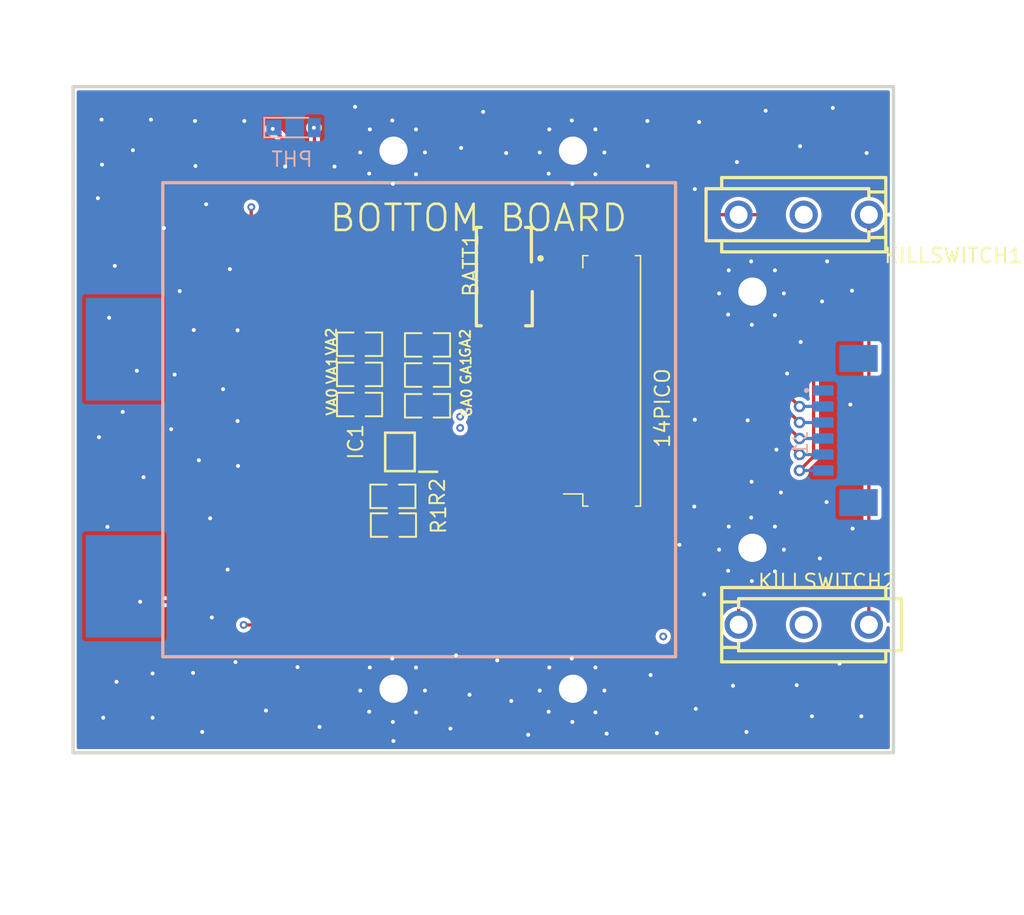
<source format=kicad_pcb>
(kicad_pcb (version 20211014) (generator pcbnew)
  (layers (0 "F.Cu" signal) (1 "In1.Cu" signal) (2 "In2.Cu" signal) (3 "In3.Cu" signal) (4 "In4.Cu" signal) (31 "B.Cu" signal) (34 "B.Paste" user) (35 "F.Paste" user) (36 "B.SilkS" user "B.Silkscreen") (37 "F.SilkS" user "F.Silkscreen") (38 "B.Mask" user) (39 "F.Mask" user) (44 "Edge.Cuts" user))
  (net 0 "")
  (net 1 "POUT")
  (net 2 "GND")
  (net 3 "ADCS")
  (net 4 "SWDIO")
  (net 5 "BATT+")
  (net 6 "KILLSWITCH")
  (net 7 "SWCLK")
  (net 8 "VCC_STM")
  (net 9 "BATT-")
  (net 10 "VCC")
  (net 11 "SCL")
  (net 12 "PHOTODIODE_GND")
  (net 13 "PHOTODIODE")
  (net 14 "SDA")
  (net 15 "IC1_5")
  (net 16 "IC1_7")
  (net 17 "IC1_6")
  (net 18 "S$18611")
  (footprint "easyeda:MOLEX_PICOBLADE_53261-1471_14X1.25MM_ANGLED" (layer "F.Cu") (at 45.648 94.342 90)
    (fp_text reference "14PICO" (at -5.324 5.412 90) (layer "F.SilkS") (effects (font (size 1.143 1.143) (thickness 0.152)) (justify left)))
    (fp_text value "REF")
    (fp_line (start 9.774 -0.8) (end 9.774 -0.401) (layer "F.SilkS") (width 0.12))
    (fp_line (start -8.826 -2.301) (end -8.826 -0.8) (layer "F.SilkS") (width 0.12))
    (fp_line (start -8.826 -0.8) (end -9.776 -0.8) (layer "F.SilkS") (width 0.12))
    (fp_line (start -9.776 -0.8) (end -9.776 -0.401) (layer "F.SilkS") (width 0.12))
    (fp_line (start 0 3.701) (end -9.776 3.701) (layer "F.SilkS") (width 0.12))
    (fp_line (start -9.776 3.701) (end -9.776 3.3) (layer "F.SilkS") (width 0.12))
    (fp_line (start 9.774 3.3) (end 9.774 3.701) (layer "F.SilkS") (width 0.12))
    (fp_line (start 8.824 -0.8) (end 9.774 -0.8) (layer "F.SilkS") (width 0.12))
    (fp_line (start 9.774 3.701) (end 0 3.701) (layer "F.SilkS") (width 0.12))
    (pad "" smd rect locked (at -10.625 1.45 90) (size 2.2 3.1) (layers "F.Cu" "F.Paste" "F.Mask"))
    (pad "" smd rect locked (at 10.625 1.45 90) (size 2.2 3.1) (layers "F.Cu" "F.Paste" "F.Mask"))
    (pad "1" smd rect locked (at -8.125 -1.45 90) (size 0.8 1.7) (layers "F.Cu" "F.Paste" "F.Mask") (net 1 "POUT"))
    (pad "2" smd rect locked (at -6.875 -1.45 90) (size 0.8 1.7) (layers "F.Cu" "F.Paste" "F.Mask") (net 3 "ADCS"))
    (pad "3" smd rect locked (at -5.625 -1.45 90) (size 0.8 1.7) (layers "F.Cu" "F.Paste" "F.Mask") (net 3 "ADCS"))
    (pad "4" smd rect locked (at -4.375 -1.45 90) (size 0.8 1.7) (layers "F.Cu" "F.Paste" "F.Mask") (net 10 "VCC"))
    (pad "5" smd rect locked (at -3.125 -1.45 90) (size 0.8 1.7) (layers "F.Cu" "F.Paste" "F.Mask") (net 14 "SDA"))
    (pad "6" smd rect locked (at -1.875 -1.45 90) (size 0.8 1.7) (layers "F.Cu" "F.Paste" "F.Mask") (net 11 "SCL"))
    (pad "7" smd rect locked (at -0.625 -1.45 90) (size 0.8 1.7) (layers "F.Cu" "F.Paste" "F.Mask") (net 12 "PHOTODIODE_GND"))
    (pad "8" smd rect locked (at 0.625 -1.45 90) (size 0.8 1.7) (layers "F.Cu" "F.Paste" "F.Mask") (net 13 "PHOTODIODE"))
    (pad "9" smd rect locked (at 1.875 -1.45 90) (size 0.8 1.7) (layers "F.Cu" "F.Paste" "F.Mask") (net 2 "GND"))
    (pad "10" smd rect locked (at 3.125 -1.45 90) (size 0.8 1.7) (layers "F.Cu" "F.Paste" "F.Mask") (net 6 "KILLSWITCH"))
    (pad "11" smd rect locked (at 4.375 -1.45 90) (size 0.8 1.7) (layers "F.Cu" "F.Paste" "F.Mask") (net 9 "BATT-"))
    (pad "12" smd rect locked (at 5.625 -1.45 90) (size 0.8 1.7) (layers "F.Cu" "F.Paste" "F.Mask") (net 8 "VCC_STM"))
    (pad "13" smd rect locked (at 6.875 -1.45 90) (size 0.8 1.7) (layers "F.Cu" "F.Paste" "F.Mask") (net 7 "SWCLK"))
    (pad "14" smd rect locked (at 8.125 -1.45 90) (size 0.8 1.7) (layers "F.Cu" "F.Paste" "F.Mask") (net 4 "SWDIO"))
  )
  (footprint "easyeda:SW-TH_D2F-01L" (layer "F.Cu") (at 62.08 113.374)
    (fp_text reference "KILLSWITCH2" (at -3.672 -3.368) (layer "F.SilkS") (effects (font (size 1.143 1.143) (thickness 0.152)) (justify left)))
    (fp_text value "SW-TH_D2F-01L" hide)
    (fp_line (start -5.08 -1.331) (end -5.08 -2.032) (layer "F.SilkS") (width 0.254))
    (fp_line (start -5.08 -1.778) (end -6.35 -1.778) (layer "F.SilkS") (width 0.254))
    (fp_line (start 7.62 -2.032) (end 7.62 2.032) (layer "F.SilkS") (width 0.254))
    (fp_line (start 6.4 2.9) (end -6.4 2.9) (layer "F.SilkS") (width 0.254))
    (fp_line (start 6.4 2.9) (end 6.4 2.032) (layer "F.SilkS") (width 0.254))
    (fp_line (start -5.08 -2.032) (end 7.62 -2.032) (layer "F.SilkS") (width 0.254))
    (fp_line (start -5.08 1.778) (end -6.35 1.778) (layer "F.SilkS") (width 0.254))
    (fp_line (start 7.62 2.032) (end -5.08 2.032) (layer "F.SilkS") (width 0.254))
    (fp_line (start 6.4 -2.9) (end 6.4 -2.032) (layer "F.SilkS") (width 0.254))
    (fp_line (start -5.08 2.032) (end -5.08 1.331) (layer "F.SilkS") (width 0.254))
    (fp_line (start -6.4 2.9) (end -6.4 -2.9) (layer "F.SilkS") (width 0.254))
    (fp_line (start -6.4 -2.9) (end 6.4 -2.9) (layer "F.SilkS") (width 0.254))
    (pad "1" thru_hole circle locked (at -5.08 0) (size 2.2 2.2) (drill 1.4) (layers *.Cu *.Paste *.Mask) (net 6 "KILLSWITCH"))
    (pad "2" thru_hole circle locked (at 0 0) (size 2.2 2.2) (drill 1.4) (layers *.Cu *.Paste *.Mask))
    (pad "3" thru_hole circle locked (at 5.08 0) (size 2.2 2.2) (drill 1.4) (layers *.Cu *.Paste *.Mask) (net 18 "S$18611"))
  )
  (footprint "easyeda:CONN-SMD_532610271" (layer "F.Cu") (at 40.104 86.202 90)
    (fp_text reference "BATT1" (at -1.672 -4.004 90) (layer "F.SilkS") (effects (font (size 1.143 1.143) (thickness 0.152)) (justify left)))
    (fp_text value "CONN-SMD_532610271" hide)
    (fp_line (start -3.84 0.8) (end -3.84 0.281) (layer "F.SilkS") (width 0.254))
    (fp_line (start -1.17 0.8) (end -3.84 0.8) (layer "F.SilkS") (width 0.254))
    (fp_line (start 3.84 -3.56) (end 3.84 -3.181) (layer "F.SilkS") (width 0.254))
    (fp_line (start -3.84 -3.56) (end 3.84 -3.56) (layer "F.SilkS") (width 0.254))
    (fp_line (start -3.84 -3.181) (end -3.84 -3.56) (layer "F.SilkS") (width 0.254))
    (fp_line (start 3.84 0.73) (end 1.14 0.73) (layer "F.SilkS") (width 0.254))
    (fp_line (start 3.84 0.281) (end 3.84 0.73) (layer "F.SilkS") (width 0.254))
    (fp_circle (center 1.42 1.44) (end 1.547 1.44) (layer "F.SilkS") (width 0.254) (fill none))
    (pad "1" smd rect locked (at 0.625 1.45 90) (size 0.8 1.6) (layers "F.Cu" "F.Paste" "F.Mask") (net 5 "BATT+"))
    (pad "2" smd rect locked (at -0.625 1.45 90) (size 0.8 1.6) (layers "F.Cu" "F.Paste" "F.Mask") (net 9 "BATT-"))
    (pad "3" smd rect locked (at 3.175 -1.45 90) (size 2.1 3) (layers "F.Cu" "F.Paste" "F.Mask"))
    (pad "4" smd rect locked (at -3.175 -1.45 90) (size 2.1 3) (layers "F.Cu" "F.Paste" "F.Mask"))
  )
  (footprint "easyeda:R0805" (layer "F.Cu") (at 32.732 96.287 180)
    (fp_text reference "GA0" (at -3.05 -0.999 90) (layer "F.SilkS") (effects (font (size 0.8 0.8) (thickness 0.152)) (justify left)))
    (fp_text value "5k" hide)
    (fp_line (start 1.761 -0.917) (end 0.476 -0.917) (layer "F.SilkS") (width 0.152))
    (fp_line (start -0.476 0.917) (end -1.761 0.917) (layer "F.SilkS") (width 0.152))
    (fp_line (start 1.761 0.917) (end 1.761 -0.917) (layer "F.SilkS") (width 0.152))
    (fp_line (start -1.761 0.917) (end -1.761 -0.917) (layer "F.SilkS") (width 0.152))
    (fp_line (start 0.476 0.917) (end 1.761 0.917) (layer "F.SilkS") (width 0.152))
    (fp_line (start -1.761 -0.917) (end -0.476 -0.917) (layer "F.SilkS") (width 0.152))
    (pad "1" smd rect locked (at -0.966 0 180) (size 1.133 1.377) (layers "F.Cu" "F.Paste" "F.Mask") (net 2 "GND"))
    (pad "2" smd rect locked (at 0.966 0 180) (size 1.133 1.377) (layers "F.Cu" "F.Paste" "F.Mask") (net 16 "IC1_7"))
  )
  (footprint "easyeda:R0805" (layer "F.Cu") (at 32.732 93.886 180)
    (fp_text reference "GA1" (at -3 -0.849 90) (layer "F.SilkS") (effects (font (size 0.8 0.8) (thickness 0.152)) (justify left)))
    (fp_text value "5k" hide)
    (fp_line (start -1.761 0.917) (end -1.761 -0.917) (layer "F.SilkS") (width 0.152))
    (fp_line (start 0.476 0.917) (end 1.761 0.917) (layer "F.SilkS") (width 0.152))
    (fp_line (start -1.761 -0.917) (end -0.476 -0.917) (layer "F.SilkS") (width 0.152))
    (fp_line (start 1.761 -0.917) (end 0.476 -0.917) (layer "F.SilkS") (width 0.152))
    (fp_line (start -0.476 0.917) (end -1.761 0.917) (layer "F.SilkS") (width 0.152))
    (fp_line (start 1.761 0.917) (end 1.761 -0.917) (layer "F.SilkS") (width 0.152))
    (pad "1" smd rect locked (at -0.966 0 180) (size 1.133 1.377) (layers "F.Cu" "F.Paste" "F.Mask") (net 2 "GND"))
    (pad "2" smd rect locked (at 0.966 0 180) (size 1.133 1.377) (layers "F.Cu" "F.Paste" "F.Mask") (net 17 "IC1_6"))
  )
  (footprint "easyeda:SOP65P490X110-8N" (layer "F.Cu") (at 30.581 99.888 180)
    (fp_text reference "IC1" (at 3.451 -0.7 90) (layer "F.SilkS") (effects (font (size 1.143 1.143) (thickness 0.152)) (justify left)))
    (fp_text value "TCN75AVUA713-VAO" hide)
    (fp_line (start -1.15 -1.5) (end 1.15 -1.5) (layer "F.SilkS") (width 0.2))
    (fp_line (start -2.9 -1.55) (end -1.5 -1.55) (layer "F.SilkS") (width 0.2))
    (fp_line (start 1.15 1.5) (end -1.15 1.5) (layer "F.SilkS") (width 0.2))
    (fp_line (start -1.15 1.5) (end -1.15 -1.5) (layer "F.SilkS") (width 0.2))
    (fp_line (start 1.15 -1.5) (end 1.15 1.5) (layer "F.SilkS") (width 0.2))
    (pad "1" smd rect locked (at -2.2 -0.975 180) (size 1.4 0.45) (layers "F.Cu" "F.Paste" "F.Mask") (net 14 "SDA"))
    (pad "2" smd rect locked (at -2.2 -0.325 180) (size 1.4 0.45) (layers "F.Cu" "F.Paste" "F.Mask") (net 11 "SCL"))
    (pad "3" smd rect locked (at -2.2 0.325 180) (size 1.4 0.45) (layers "F.Cu" "F.Paste" "F.Mask") (net 2 "GND"))
    (pad "4" smd rect locked (at -2.2 0.975 180) (size 1.4 0.45) (layers "F.Cu" "F.Paste" "F.Mask") (net 2 "GND"))
    (pad "5" smd rect locked (at 2.2 0.975 180) (size 1.4 0.45) (layers "F.Cu" "F.Paste" "F.Mask") (net 15 "IC1_5"))
    (pad "6" smd rect locked (at 2.2 0.325 180) (size 1.4 0.45) (layers "F.Cu" "F.Paste" "F.Mask") (net 17 "IC1_6"))
    (pad "7" smd rect locked (at 2.2 -0.325 180) (size 1.4 0.45) (layers "F.Cu" "F.Paste" "F.Mask") (net 16 "IC1_7"))
    (pad "8" smd rect locked (at 2.2 -0.975 180) (size 1.4 0.45) (layers "F.Cu" "F.Paste" "F.Mask") (net 10 "VCC"))
  )
  (footprint "easyeda:R0805" (layer "F.Cu") (at 30.028 103.354 180)
    (fp_text reference "R2" (at -3.474 -0.899 90) (layer "F.SilkS") (effects (font (size 1.143 1.143) (thickness 0.152)) (justify left)))
    (fp_text value "5k" hide)
    (fp_line (start 1.761 -0.917) (end 0.476 -0.917) (layer "F.SilkS") (width 0.152))
    (fp_line (start -1.761 -0.917) (end -0.476 -0.917) (layer "F.SilkS") (width 0.152))
    (fp_line (start 1.761 0.917) (end 1.761 -0.917) (layer "F.SilkS") (width 0.152))
    (fp_line (start -1.761 0.917) (end -1.761 -0.917) (layer "F.SilkS") (width 0.152))
    (fp_line (start -0.476 0.917) (end -1.761 0.917) (layer "F.SilkS") (width 0.152))
    (fp_line (start 0.476 0.917) (end 1.761 0.917) (layer "F.SilkS") (width 0.152))
    (pad "1" smd rect locked (at -0.966 0 180) (size 1.133 1.377) (layers "F.Cu" "F.Paste" "F.Mask") (net 11 "SCL"))
    (pad "2" smd rect locked (at 0.966 0 180) (size 1.133 1.377) (layers "F.Cu" "F.Paste" "F.Mask") (net 10 "VCC"))
  )
  (footprint "easyeda:SW-TH_D2F-01L" (layer "F.Cu") (at 62.08 81.374 180)
    (fp_text reference "KILLSWITCH1" (at -6.184 -3.192 180) (layer "F.SilkS") (effects (font (size 1.143 1.143) (thickness 0.152)) (justify left)))
    (fp_text value "SW-TH_D2F-01L" hide)
    (fp_line (start -6.4 -2.9) (end 6.4 -2.9) (layer "F.SilkS") (width 0.254))
    (fp_line (start -5.08 1.778) (end -6.35 1.778) (layer "F.SilkS") (width 0.254))
    (fp_line (start -5.08 -1.778) (end -6.35 -1.778) (layer "F.SilkS") (width 0.254))
    (fp_line (start 7.62 2.032) (end -5.08 2.032) (layer "F.SilkS") (width 0.254))
    (fp_line (start 7.62 -2.032) (end 7.62 2.032) (layer "F.SilkS") (width 0.254))
    (fp_line (start -5.08 -1.331) (end -5.08 -2.032) (layer "F.SilkS") (width 0.254))
    (fp_line (start -5.08 -2.032) (end 7.62 -2.032) (layer "F.SilkS") (width 0.254))
    (fp_line (start 6.4 -2.9) (end 6.4 -2.032) (layer "F.SilkS") (width 0.254))
    (fp_line (start 6.4 2.9) (end -6.4 2.9) (layer "F.SilkS") (width 0.254))
    (fp_line (start -6.4 2.9) (end -6.4 -2.9) (layer "F.SilkS") (width 0.254))
    (fp_line (start -5.08 2.032) (end -5.08 1.331) (layer "F.SilkS") (width 0.254))
    (fp_line (start 6.4 2.9) (end 6.4 2.032) (layer "F.SilkS") (width 0.254))
    (pad "1" thru_hole circle locked (at -5.08 0 180) (size 2.2 2.2) (drill 1.4) (layers *.Cu *.Paste *.Mask) (net 18 "S$18611"))
    (pad "2" thru_hole circle locked (at 0 0 180) (size 2.2 2.2) (drill 1.4) (layers *.Cu *.Paste *.Mask))
    (pad "3" thru_hole circle locked (at 5.08 0 180) (size 2.2 2.2) (drill 1.4) (layers *.Cu *.Paste *.Mask) (net 5 "BATT+"))
  )
  (footprint "easyeda:R0805" (layer "F.Cu") (at 30.072 105.598 180)
    (fp_text reference "R1" (at -3.524 -0.798 90) (layer "F.SilkS") (effects (font (size 1.143 1.143) (thickness 0.152)) (justify left)))
    (fp_text value "5k" hide)
    (fp_line (start -1.761 -0.917) (end -0.476 -0.917) (layer "F.SilkS") (width 0.152))
    (fp_line (start 0.476 0.917) (end 1.761 0.917) (layer "F.SilkS") (width 0.152))
    (fp_line (start -0.476 0.917) (end -1.761 0.917) (layer "F.SilkS") (width 0.152))
    (fp_line (start 1.761 0.917) (end 1.761 -0.917) (layer "F.SilkS") (width 0.152))
    (fp_line (start -1.761 0.917) (end -1.761 -0.917) (layer "F.SilkS") (width 0.152))
    (fp_line (start 1.761 -0.917) (end 0.476 -0.917) (layer "F.SilkS") (width 0.152))
    (pad "1" smd rect locked (at -0.966 0 180) (size 1.133 1.377) (layers "F.Cu" "F.Paste" "F.Mask") (net 14 "SDA"))
    (pad "2" smd rect locked (at 0.966 0 180) (size 1.133 1.377) (layers "F.Cu" "F.Paste" "F.Mask") (net 10 "VCC"))
  )
  (footprint "easyeda:SLCD-61N8" (layer "F.Cu") (at 19.996 75.334 180)
    (fp_text reference "PHT" (at -3.872 -1.716) (layer "B.SilkS") (effects (font (size 1.143 1.143) (thickness 0.152)) (justify left mirror)))
    (fp_text value "SLCD-61N8" hide)
    (fp_line (start 0 1.525) (end -3.429 1.525) (layer "B.SilkS") (width 0.15))
    (fp_line (start 0 0) (end -3.4 0) (layer "B.SilkS") (width 0.15))
    (fp_line (start 0 0) (end 0 1.525) (layer "B.SilkS") (width 0.15))
    (pad "1" smd rect locked (at -3.9 0.75 180) (size 1 1.5) (layers "B.Cu" "B.Paste" "B.Mask") (net 13 "PHOTODIODE"))
    (pad "2" smd rect locked (at -0.75 0.75 180) (size 1.2 1.2) (layers "B.Cu" "B.Paste" "B.Mask") (net 12 "PHOTODIODE_GND"))
  )
  (footprint "easyeda:MOLEX 0533980667" (layer "F.Cu") (at 63.6 95.09 90)
    (fp_text reference "J1" (at -3.048 -1.778 90) (layer "B.SilkS") (effects (font (size 1.143 1.143) (thickness 0.152)) (justify left mirror)))
    (fp_text value "MOLEX 0533980667" hide)
    (fp_arc (start -0.1 -1.3) (mid 0.075497 -1.365576) (end -0.013995 -1.200984) (layer "B.SilkS") (width 0.2))
    (pad "1" smd rect locked (at -0.001 0) (size 1.6 0.8) (layers "B.Cu" "B.Paste" "B.Mask"))
    (pad "2" smd rect locked (at -1.251 0) (size 1.6 0.8) (layers "B.Cu" "B.Paste" "B.Mask") (net 4 "SWDIO"))
    (pad "3" smd rect locked (at -2.501 0) (size 1.6 0.8) (layers "B.Cu" "B.Paste" "B.Mask") (net 7 "SWCLK"))
    (pad "4" smd rect locked (at -3.75 0) (size 1.6 0.8) (layers "B.Cu" "B.Paste" "B.Mask") (net 8 "VCC_STM"))
    (pad "5" smd rect locked (at -5 0) (size 1.6 0.8) (layers "B.Cu" "B.Paste" "B.Mask") (net 9 "BATT-"))
    (pad "6" smd rect locked (at -6.25 0) (size 1.6 0.8) (layers "B.Cu" "B.Paste" "B.Mask") (net 5 "BATT+"))
    (pad "S1" smd rect locked (at 2.5 2.75) (size 3 2.1) (layers "B.Cu" "B.Paste" "B.Mask"))
    (pad "S2" smd rect locked (at -8.75 2.75) (size 3 2.1) (layers "B.Cu" "B.Paste" "B.Mask"))
  )
  (footprint "easyeda:R0805" (layer "F.Cu") (at 27.431 93.836 180)
    (fp_text reference "VA1" (at 2.15 -0.851 90) (layer "F.SilkS") (effects (font (size 0.8 0.8) (thickness 0.152)) (justify left)))
    (fp_text value "5k" hide)
    (fp_line (start -0.476 0.917) (end -1.761 0.917) (layer "F.SilkS") (width 0.152))
    (fp_line (start -1.761 -0.917) (end -0.476 -0.917) (layer "F.SilkS") (width 0.152))
    (fp_line (start 1.761 0.917) (end 1.761 -0.917) (layer "F.SilkS") (width 0.152))
    (fp_line (start 1.761 -0.917) (end 0.476 -0.917) (layer "F.SilkS") (width 0.152))
    (fp_line (start -1.761 0.917) (end -1.761 -0.917) (layer "F.SilkS") (width 0.152))
    (fp_line (start 0.476 0.917) (end 1.761 0.917) (layer "F.SilkS") (width 0.152))
    (pad "1" smd rect locked (at -0.966 0 180) (size 1.133 1.377) (layers "F.Cu" "F.Paste" "F.Mask") (net 17 "IC1_6"))
    (pad "2" smd rect locked (at 0.966 0 180) (size 1.133 1.377) (layers "F.Cu" "F.Paste" "F.Mask") (net 10 "VCC"))
  )
  (footprint "easyeda:R0805" (layer "F.Cu") (at 27.431 96.187 180)
    (fp_text reference "VA0" (at 2.15 -0.951 90) (layer "F.SilkS") (effects (font (size 0.8 0.8) (thickness 0.152)) (justify left)))
    (fp_text value "5k" hide)
    (fp_line (start 1.761 -0.917) (end 0.476 -0.917) (layer "F.SilkS") (width 0.152))
    (fp_line (start -1.761 -0.917) (end -0.476 -0.917) (layer "F.SilkS") (width 0.152))
    (fp_line (start -0.476 0.917) (end -1.761 0.917) (layer "F.SilkS") (width 0.152))
    (fp_line (start -1.761 0.917) (end -1.761 -0.917) (layer "F.SilkS") (width 0.152))
    (fp_line (start 0.476 0.917) (end 1.761 0.917) (layer "F.SilkS") (width 0.152))
    (fp_line (start 1.761 0.917) (end 1.761 -0.917) (layer "F.SilkS") (width 0.152))
    (pad "1" smd rect locked (at -0.966 0 180) (size 1.133 1.377) (layers "F.Cu" "F.Paste" "F.Mask") (net 16 "IC1_7"))
    (pad "2" smd rect locked (at 0.966 0 180) (size 1.133 1.377) (layers "F.Cu" "F.Paste" "F.Mask") (net 10 "VCC"))
  )
  (footprint "easyeda:R0805" (layer "F.Cu") (at 27.431 91.485 180)
    (fp_text reference "VA2" (at 2.201 -0.952 90) (layer "F.SilkS") (effects (font (size 0.8 0.8) (thickness 0.152)) (justify left)))
    (fp_text value "5k" hide)
    (fp_line (start -1.761 0.917) (end -1.761 -0.917) (layer "F.SilkS") (width 0.152))
    (fp_line (start -0.476 0.917) (end -1.761 0.917) (layer "F.SilkS") (width 0.152))
    (fp_line (start 0.476 0.917) (end 1.761 0.917) (layer "F.SilkS") (width 0.152))
    (fp_line (start -1.761 -0.917) (end -0.476 -0.917) (layer "F.SilkS") (width 0.152))
    (fp_line (start 1.761 0.917) (end 1.761 -0.917) (layer "F.SilkS") (width 0.152))
    (fp_line (start 1.761 -0.917) (end 0.476 -0.917) (layer "F.SilkS") (width 0.152))
    (pad "1" smd rect locked (at -0.966 0 180) (size 1.133 1.377) (layers "F.Cu" "F.Paste" "F.Mask") (net 15 "IC1_5"))
    (pad "2" smd rect locked (at 0.966 0 180) (size 1.133 1.377) (layers "F.Cu" "F.Paste" "F.Mask") (net 10 "VCC"))
  )
  (footprint "easyeda:R0805" (layer "F.Cu") (at 32.732 91.535 180)
    (fp_text reference "GA2" (at -2.95 -1.101 90) (layer "F.SilkS") (effects (font (size 0.8 0.8) (thickness 0.152)) (justify left)))
    (fp_text value "5k" hide)
    (fp_line (start 1.761 -0.917) (end 0.476 -0.917) (layer "F.SilkS") (width 0.152))
    (fp_line (start -1.761 0.917) (end -1.761 -0.917) (layer "F.SilkS") (width 0.152))
    (fp_line (start -0.476 0.917) (end -1.761 0.917) (layer "F.SilkS") (width 0.152))
    (fp_line (start -1.761 -0.917) (end -0.476 -0.917) (layer "F.SilkS") (width 0.152))
    (fp_line (start 0.476 0.917) (end 1.761 0.917) (layer "F.SilkS") (width 0.152))
    (fp_line (start 1.761 0.917) (end 1.761 -0.917) (layer "F.SilkS") (width 0.152))
    (pad "1" smd rect locked (at -0.966 0 180) (size 1.133 1.377) (layers "F.Cu" "F.Paste" "F.Mask") (net 2 "GND"))
    (pad "2" smd rect locked (at 0.966 0 180) (size 1.133 1.377) (layers "F.Cu" "F.Paste" "F.Mask") (net 15 "IC1_5"))
  )
  (gr_poly (pts (xy 12.08 106.374) (xy 12.08 114.374) (xy 6.08 114.374) (xy 6.08 106.374)) (layer "B.Cu") (width 0) (fill solid))
  (gr_poly (pts (xy 11.98 87.874) (xy 11.98 95.874) (xy 6.08 95.874) (xy 6.08 87.874)) (layer "B.Cu") (width 0) (fill solid))
  (gr_line (start 12.08 115.874) (end 52.08 115.874) (layer "B.SilkS") (width 0.254))
  (gr_line (start 12.08 78.874) (end 52.08 78.874) (layer "B.SilkS") (width 0.254))
  (gr_line (start 12.08 115.874) (end 12.08 78.874) (layer "B.SilkS") (width 0.254))
  (gr_line (start 52.08 115.874) (end 52.08 78.874) (layer "B.SilkS") (width 0.254))
  (gr_line (start 5.08 71.374) (end 69.08 71.374) (layer "Edge.Cuts") (width 0.254))
  (gr_line (start 69.08 123.374) (end 5.08 123.374) (layer "Edge.Cuts") (width 0.254))
  (gr_line (start 5.08 80.409) (end 5.08 76.924) (layer "Edge.Cuts") (width 0.254))
  (gr_line (start 5.08 76.924) (end 5.08 71.374) (layer "Edge.Cuts") (width 0.254))
  (gr_line (start 5.08 123.375) (end 5.08 80.409) (layer "Edge.Cuts") (width 0.254))
  (gr_line (start 69.08 71.374) (end 69.08 123.374) (layer "Edge.Cuts") (width 0.254))
  (gr_text "BOTTOM BOARD" (at 24.968 81.626) (layer "F.SilkS") (effects (font (size 2.032 2.032) (thickness 0.203)) (justify left)))
  (segment (start 44.199 109.563) (end 42.172 111.59) (width 0.254) (layer "F.Cu") (net 1))
  (segment (start 44.199 102.466) (end 44.199 109.563) (width 0.254) (layer "F.Cu") (net 1))
  (segment (start 42.172 111.59) (end 10.315 111.582) (width 0.254) (layer "F.Cu") (net 1))
  (via (at 10.316 111.582) (size 0.61) (drill 0.305) (layers "F.Cu" "B.Cu") (net 1))
  (segment (start 32.781 98.912) (end 33.698 97.996) (width 0.254) (layer "F.Cu") (net 2))
  (segment (start 33.698 91.536) (end 33.698 93.886) (width 0.254) (layer "F.Cu") (net 2))
  (segment (start 32.781 98.912) (end 32.781 99.562) (width 0.15) (layer "F.Cu") (net 2))
  (segment (start 33.698 93.886) (end 33.698 96.287) (width 0.254) (layer "F.Cu") (net 2))
  (segment (start 33.698 97.996) (end 33.698 96.287) (width 0.254) (layer "F.Cu") (net 2))
  (via (at 62.722 120.524) (size 0.61) (drill 0.305) (layers "F.Cu" "B.Cu") (net 2))
  (via (at 58.031 89.966) (size 0.61) (drill 0.305) (layers "F.Cu" "B.Cu") (net 2))
  (via (at 13 93.85) (size 0.61) (drill 0.305) (layers "F.Cu" "B.Cu") (net 2))
  (via (at 43.981 116.015) (size 0.61) (drill 0.305) (layers "F.Cu" "B.Cu") (net 2))
  (via (at 27.08 72.95) (size 0.61) (drill 0.305) (layers "F.Cu" "B.Cu") (net 2))
  (via (at 55.481 87.515) (size 0.61) (drill 0.305) (layers "F.Cu" "B.Cu") (net 2))
  (via (at 60.532 107.516) (size 0.61) (drill 0.305) (layers "F.Cu" "B.Cu") (net 2))
  (via (at 10.052 93.55) (size 0.61) (drill 0.305) (layers "F.Cu" "B.Cu") (net 2))
  (via (at 15.904 112.814) (size 0.61) (drill 0.305) (layers "F.Cu" "B.Cu") (net 2))
  (via (at 28.231 74.715) (size 0.61) (drill 0.305) (layers "F.Cu" "B.Cu") (net 2))
  (via (at 44.031 78.966) (size 0.61) (drill 0.305) (layers "F.Cu" "B.Cu") (net 2))
  (via (at 35.352 76.162) (size 0.61) (drill 0.305) (layers "F.Cu" "B.Cu") (net 2))
  (via (at 34.516 121.482) (size 0.61) (drill 0.305) (layers "F.Cu" "B.Cu") (net 2))
  (via (at 56.231 105.715) (size 0.61) (drill 0.305) (layers "F.Cu" "B.Cu") (net 2))
  (via (at 7.896 89.414) (size 0.61) (drill 0.305) (layers "F.Cu" "B.Cu") (net 2))
  (via (at 53.58 79.374) (size 0.61) (drill 0.305) (layers "F.Cu" "B.Cu") (net 2))
  (via (at 7.303 73.953) (size 0.61) (drill 0.305) (layers "F.Cu" "B.Cu") (net 2))
  (via (at 38.168 116.158) (size 0.61) (drill 0.305) (layers "F.Cu" "B.Cu") (net 2))
  (via (at 52.38 107.138) (size 0.61) (drill 0.305) (layers "F.Cu" "B.Cu") (net 2))
  (via (at 59.832 109.216) (size 0.61) (drill 0.305) (layers "F.Cu" "B.Cu") (net 2))
  (via (at 17.752 116.29) (size 0.61) (drill 0.305) (layers "F.Cu" "B.Cu") (net 2))
  (via (at 45.832 78.216) (size 0.61) (drill 0.305) (layers "F.Cu" "B.Cu") (net 2))
  (via (at 57.981 85.015) (size 0.61) (drill 0.305) (layers "F.Cu" "B.Cu") (net 2))
  (via (at 58.012 102.218) (size 0.61) (drill 0.305) (layers "F.Cu" "B.Cu") (net 2))
  (via (at 60.532 87.515) (size 0.61) (drill 0.305) (layers "F.Cu" "B.Cu") (net 2))
  (via (at 56.181 109.166) (size 0.61) (drill 0.305) (layers "F.Cu" "B.Cu") (net 2))
  (via (at 65.712 96.19) (size 0.61) (drill 0.305) (layers "F.Cu" "B.Cu") (net 2))
  (via (at 42.231 74.715) (size 0.61) (drill 0.305) (layers "F.Cu" "B.Cu") (net 2))
  (via (at 53.92 74.138) (size 0.61) (drill 0.305) (layers "F.Cu" "B.Cu") (net 2))
  (via (at 60.3 103.054) (size 0.61) (drill 0.305) (layers "F.Cu" "B.Cu") (net 2))
  (via (at 38.872 76.558) (size 0.61) (drill 0.305) (layers "F.Cu" "B.Cu") (net 2))
  (via (at 53.54 104.153) (size 0.61) (drill 0.305) (layers "F.Cu" "B.Cu") (net 2))
  (via (at 27.481 118.516) (size 0.61) (drill 0.305) (layers "F.Cu" "B.Cu") (net 2))
  (via (at 50.136 117.302) (size 0.61) (drill 0.305) (layers "F.Cu" "B.Cu") (net 2))
  (via (at 17.916 90.394) (size 0.61) (drill 0.305) (layers "F.Cu" "B.Cu") (net 2))
  (via (at 53.656 119.942) (size 0.61) (drill 0.305) (layers "F.Cu" "B.Cu") (net 2))
  (via (at 46.704 121.878) (size 0.61) (drill 0.305) (layers "F.Cu" "B.Cu") (net 2))
  (via (at 45.832 74.715) (size 0.61) (drill 0.305) (layers "F.Cu" "B.Cu") (net 2))
  (via (at 61.796 76.03) (size 0.61) (drill 0.305) (layers "F.Cu" "B.Cu") (net 2))
  (via (at 31.832 78.216) (size 0.61) (drill 0.305) (layers "F.Cu" "B.Cu") (net 2))
  (via (at 56.868 77.262) (size 0.61) (drill 0.305) (layers "F.Cu" "B.Cu") (net 2))
  (via (at 28.181 120.166) (size 0.61) (drill 0.305) (layers "F.Cu" "B.Cu") (net 2))
  (via (at 59.832 85.715) (size 0.61) (drill 0.305) (layers "F.Cu" "B.Cu") (net 2))
  (via (at 17.136 109.074) (size 0.61) (drill 0.305) (layers "F.Cu" "B.Cu") (net 2))
  (via (at 20.128 120.074) (size 0.61) (drill 0.305) (layers "F.Cu" "B.Cu") (net 2))
  (via (at 30.031 120.966) (size 0.61) (drill 0.305) (layers "F.Cu" "B.Cu") (net 2))
  (via (at 57.704 97.422) (size 0.61) (drill 0.305) (layers "F.Cu" "B.Cu") (net 2))
  (via (at 59.832 105.715) (size 0.61) (drill 0.305) (layers "F.Cu" "B.Cu") (net 2))
  (via (at 55.481 107.516) (size 0.61) (drill 0.305) (layers "F.Cu" "B.Cu") (net 2))
  (via (at 66.573 120.525) (size 0.61) (drill 0.305) (layers "F.Cu" "B.Cu") (net 2))
  (via (at 63.336 108.202) (size 0.61) (drill 0.305) (layers "F.Cu" "B.Cu") (net 2))
  (via (at 31.832 74.715) (size 0.61) (drill 0.305) (layers "F.Cu" "B.Cu") (net 2))
  (via (at 56.231 85.715) (size 0.61) (drill 0.305) (layers "F.Cu" "B.Cu") (net 2))
  (via (at 14.496 90.374) (size 0.61) (drill 0.305) (layers "F.Cu" "B.Cu") (net 2))
  (via (at 63.908 85.014) (size 0.61) (drill 0.305) (layers "F.Cu" "B.Cu") (net 2))
  (via (at 46.532 76.515) (size 0.61) (drill 0.305) (layers "F.Cu" "B.Cu") (net 2))
  (via (at 32.532 118.516) (size 0.61) (drill 0.305) (layers "F.Cu" "B.Cu") (net 2))
  (via (at 17.949 100.985) (size 0.61) (drill 0.305) (layers "F.Cu" "B.Cu") (net 2))
  (via (at 7.339 77.464) (size 0.61) (drill 0.305) (layers "F.Cu" "B.Cu") (net 2))
  (via (at 11.154 73.954) (size 0.61) (drill 0.305) (layers "F.Cu" "B.Cu") (net 2))
  (via (at 28.181 78.166) (size 0.61) (drill 0.305) (layers "F.Cu" "B.Cu") (net 2))
  (via (at 41.481 76.515) (size 0.61) (drill 0.305) (layers "F.Cu" "B.Cu") (net 2))
  (via (at 65.844 87.302) (size 0.61) (drill 0.305) (layers "F.Cu" "B.Cu") (net 2))
  (via (at 45.832 116.715) (size 0.61) (drill 0.305) (layers "F.Cu" "B.Cu") (net 2))
  (via (at 18.442 74.06) (size 0.61) (drill 0.305) (layers "F.Cu" "B.Cu") (net 2))
  (via (at 40.588 121.966) (size 0.61) (drill 0.305) (layers "F.Cu" "B.Cu") (net 2))
  (via (at 29.981 116.015) (size 0.61) (drill 0.305) (layers "F.Cu" "B.Cu") (net 2))
  (via (at 64.876 116.422) (size 0.61) (drill 0.305) (layers "F.Cu" "B.Cu") (net 2))
  (via (at 65.888 105.87) (size 0.61) (drill 0.305) (layers "F.Cu" "B.Cu") (net 2))
  (via (at 50.62 121.834) (size 0.61) (drill 0.305) (layers "F.Cu" "B.Cu") (net 2))
  (via (at 59.112 73.258) (size 0.61) (drill 0.305) (layers "F.Cu" "B.Cu") (net 2))
  (via (at 42.181 120.166) (size 0.61) (drill 0.305) (layers "F.Cu" "B.Cu") (net 2))
  (via (at 7.433 120.633) (size 0.61) (drill 0.305) (layers "F.Cu" "B.Cu") (net 2))
  (via (at 14.628 77.57) (size 0.61) (drill 0.305) (layers "F.Cu" "B.Cu") (net 2))
  (via (at 17.312 85.622) (size 0.61) (drill 0.305) (layers "F.Cu" "B.Cu") (net 2))
  (via (at 7.104 98.742) (size 0.61) (drill 0.305) (layers "F.Cu" "B.Cu") (net 2))
  (via (at 13.396 87.338) (size 0.61) (drill 0.305) (layers "F.Cu" "B.Cu") (net 2))
  (via (at 37.068 73.346) (size 0.61) (drill 0.305) (layers "F.Cu" "B.Cu") (net 2))
  (via (at 28.231 116.715) (size 0.61) (drill 0.305) (layers "F.Cu" "B.Cu") (net 2))
  (via (at 53.58 97.373) (size 0.61) (drill 0.305) (layers "F.Cu" "B.Cu") (net 2))
  (via (at 60.784 93.77) (size 0.61) (drill 0.305) (layers "F.Cu" "B.Cu") (net 2))
  (via (at 16.784 94.994) (size 0.61) (drill 0.305) (layers "F.Cu" "B.Cu") (net 2))
  (via (at 64.348 73.038) (size 0.61) (drill 0.305) (layers "F.Cu" "B.Cu") (net 2))
  (via (at 61.84 91.306) (size 0.61) (drill 0.305) (layers "F.Cu" "B.Cu") (net 2))
  (via (at 39.268 119.326) (size 0.61) (drill 0.305) (layers "F.Cu" "B.Cu") (net 2))
  (via (at 54.316 111.01) (size 0.61) (drill 0.305) (layers "F.Cu" "B.Cu") (net 2))
  (via (at 25.474 77.614) (size 0.61) (drill 0.305) (layers "F.Cu" "B.Cu") (net 2))
  (via (at 58.031 109.966) (size 0.61) (drill 0.305) (layers "F.Cu" "B.Cu") (net 2))
  (via (at 14.892 100.538) (size 0.61) (drill 0.305) (layers "F.Cu" "B.Cu") (net 2))
  (via (at 49.916 77.57) (size 0.61) (drill 0.305) (layers "F.Cu" "B.Cu") (net 2))
  (via (at 63.512 88.138) (size 0.61) (drill 0.305) (layers "F.Cu" "B.Cu") (net 2))
  (via (at 15.772 105.07) (size 0.61) (drill 0.305) (layers "F.Cu" "B.Cu") (net 2))
  (via (at 15.464 80.562) (size 0.61) (drill 0.305) (layers "F.Cu" "B.Cu") (net 2))
  (via (at 63.864 103.802) (size 0.61) (drill 0.305) (layers "F.Cu" "B.Cu") (net 2))
  (via (at 66.988 76.558) (size 0.61) (drill 0.305) (layers "F.Cu" "B.Cu") (net 2))
  (via (at 61.532 118.094) (size 0.61) (drill 0.305) (layers "F.Cu" "B.Cu") (net 2))
  (via (at 30.031 78.966) (size 0.61) (drill 0.305) (layers "F.Cu" "B.Cu") (net 2))
  (via (at 31.832 120.216) (size 0.61) (drill 0.305) (layers "F.Cu" "B.Cu") (net 2))
  (via (at 21.624 77.614) (size 0.61) (drill 0.305) (layers "F.Cu" "B.Cu") (net 2))
  (via (at 44.08 76.374) (size 2.2) (drill 2.2) (layers "F.Cu" "B.Cu") (net 2))
  (via (at 44.031 120.966) (size 0.61) (drill 0.305) (layers "F.Cu" "B.Cu") (net 2))
  (via (at 12.164 82.418) (size 0.61) (drill 0.305) (layers "F.Cu" "B.Cu") (net 2))
  (via (at 11.284 120.633) (size 0.61) (drill 0.305) (layers "F.Cu" "B.Cu") (net 2))
  (via (at 14.444 117.136) (size 0.61) (drill 0.305) (layers "F.Cu" "B.Cu") (net 2))
  (via (at 12.736 98.118) (size 0.61) (drill 0.305) (layers "F.Cu" "B.Cu") (net 2))
  (via (at 56.181 89.166) (size 0.61) (drill 0.305) (layers "F.Cu" "B.Cu") (net 2))
  (via (at 15.156 121.746) (size 0.61) (drill 0.305) (layers "F.Cu" "B.Cu") (net 2))
  (via (at 45.832 120.216) (size 0.61) (drill 0.305) (layers "F.Cu" "B.Cu") (net 2))
  (via (at 30.08 118.374) (size 2.2) (drill 2.2) (layers "F.Cu" "B.Cu") (net 2))
  (via (at 24.308 121.35) (size 0.61) (drill 0.305) (layers "F.Cu" "B.Cu") (net 2))
  (via (at 10.58 101.866) (size 0.61) (drill 0.305) (layers "F.Cu" "B.Cu") (net 2))
  (via (at 46.532 118.516) (size 0.61) (drill 0.305) (layers "F.Cu" "B.Cu") (net 2))
  (via (at 42.181 78.166) (size 0.61) (drill 0.305) (layers "F.Cu" "B.Cu") (net 2))
  (via (at 49.88 74.06) (size 0.61) (drill 0.305) (layers "F.Cu" "B.Cu") (net 2))
  (via (at 32.532 76.515) (size 0.61) (drill 0.305) (layers "F.Cu" "B.Cu") (net 2))
  (via (at 8.336 85.366) (size 0.61) (drill 0.305) (layers "F.Cu" "B.Cu") (net 2))
  (via (at 43.981 74.015) (size 0.61) (drill 0.305) (layers "F.Cu" "B.Cu") (net 2))
  (via (at 7.016 80.086) (size 0.61) (drill 0.305) (layers "F.Cu" "B.Cu") (net 2))
  (via (at 27.481 76.515) (size 0.61) (drill 0.305) (layers "F.Cu" "B.Cu") (net 2))
  (via (at 44.08 118.374) (size 2.2) (drill 2.2) (layers "F.Cu" "B.Cu") (net 2))
  (via (at 59.948 99.71) (size 0.61) (drill 0.305) (layers "F.Cu" "B.Cu") (net 2))
  (via (at 34.956 115.762) (size 0.61) (drill 0.305) (layers "F.Cu" "B.Cu") (net 2))
  (via (at 58.08 107.374) (size 2.2) (drill 2.2) (layers "F.Cu" "B.Cu") (net 2))
  (via (at 8.952 96.762) (size 0.61) (drill 0.305) (layers "F.Cu" "B.Cu") (net 2))
  (via (at 42.231 116.715) (size 0.61) (drill 0.305) (layers "F.Cu" "B.Cu") (net 2))
  (via (at 8.468 117.83) (size 0.61) (drill 0.305) (layers "F.Cu" "B.Cu") (net 2))
  (via (at 31.832 116.715) (size 0.61) (drill 0.305) (layers "F.Cu" "B.Cu") (net 2))
  (via (at 22.592 116.686) (size 0.61) (drill 0.305) (layers "F.Cu" "B.Cu") (net 2))
  (via (at 9.744 76.338) (size 0.61) (drill 0.305) (layers "F.Cu" "B.Cu") (net 2))
  (via (at 56.56 118.138) (size 0.61) (drill 0.305) (layers "F.Cu" "B.Cu") (net 2))
  (via (at 59.832 89.216) (size 0.61) (drill 0.305) (layers "F.Cu" "B.Cu") (net 2))
  (via (at 14.592 74.06) (size 0.61) (drill 0.305) (layers "F.Cu" "B.Cu") (net 2))
  (via (at 41.481 118.516) (size 0.61) (drill 0.305) (layers "F.Cu" "B.Cu") (net 2))
  (via (at 7.764 105.738) (size 0.61) (drill 0.305) (layers "F.Cu" "B.Cu") (net 2))
  (via (at 58.08 87.374) (size 2.2) (drill 2.2) (layers "F.Cu" "B.Cu") (net 2))
  (via (at 30.08 76.374) (size 2.2) (drill 2.2) (layers "F.Cu" "B.Cu") (net 2))
  (via (at 36.012 118.842) (size 0.61) (drill 0.305) (layers "F.Cu" "B.Cu") (net 2))
  (via (at 29.981 74.015) (size 0.61) (drill 0.305) (layers "F.Cu" "B.Cu") (net 2))
  (via (at 30.072 122.45) (size 0.61) (drill 0.305) (layers "F.Cu" "B.Cu") (net 2))
  (via (at 11.284 117.182) (size 0.61) (drill 0.305) (layers "F.Cu" "B.Cu") (net 2))
  (via (at 57.981 105.015) (size 0.61) (drill 0.305) (layers "F.Cu" "B.Cu") (net 2))
  (via (at 17.913 97.475) (size 0.61) (drill 0.305) (layers "F.Cu" "B.Cu") (net 2))
  (via (at 57.616 121.746) (size 0.61) (drill 0.305) (layers "F.Cu" "B.Cu") (net 2))
  (segment (start 49.959 102.217) (end 47.716 99.974) (width 0.254) (layer "F.Cu") (net 3))
  (segment (start 44.199 101.216) (end 42.997 101.216) (width 0.254) (layer "F.Cu") (net 3))
  (segment (start 42.393 101.821) (end 42.393 106.172) (width 0.254) (layer "F.Cu") (net 3))
  (segment (start 42.997 101.216) (end 42.393 101.821) (width 0.254) (layer "F.Cu") (net 3))
  (segment (start 47.716 99.974) (end 44.153 99.974) (width 0.254) (layer "F.Cu") (net 3))
  (segment (start 18.974 105.994) (end 18.974 80.782) (width 0.254) (layer "F.Cu") (net 3))
  (segment (start 42.393 106.172) (end 40.411 108.151) (width 0.254) (layer "F.Cu") (net 3))
  (segment (start 18.39 113.393) (end 48.544 113.393) (width 0.254) (layer "F.Cu") (net 3))
  (segment (start 40.411 108.151) (end 21.14 108.151) (width 0.254) (layer "F.Cu") (net 3))
  (segment (start 21.14 108.151) (end 18.974 105.994) (width 0.254) (layer "F.Cu") (net 3))
  (segment (start 50.005 111.935) (end 49.959 102.217) (width 0.254) (layer "F.Cu") (net 3))
  (segment (start 48.544 113.393) (end 50.005 111.935) (width 0.254) (layer "F.Cu") (net 3))
  (via (at 35.281 97.133) (size 0.61) (drill 0.305) (layers "F.Cu" "B.Cu") (net 3))
  (via (at 18.39 113.394) (size 0.61) (drill 0.305) (layers "F.Cu" "B.Cu") (net 3))
  (via (at 35.28 98.014) (size 0.61) (drill 0.305) (layers "F.Cu" "B.Cu") (net 3))
  (via (at 51.12 114.293) (size 0.61) (drill 0.305) (layers "F.Cu" "B.Cu") (net 3))
  (via (at 18.984 80.782) (size 0.61) (drill 0.305) (layers "F.Cu" "B.Cu") (net 3))
  (segment (start 44.198 86.217) (end 51.627 86.217) (width 0.254) (layer "F.Cu") (net 4))
  (segment (start 51.627 86.217) (end 61.751 96.341) (width 0.254) (layer "F.Cu") (net 4))
  (via (at 61.751 96.341) (size 0.9) (drill 0.5) (layers "F.Cu" "B.Cu") (net 4))
  (segment (start 61.751 96.341) (end 63.6 96.323) (width 0.254) (layer "B.Cu") (net 4))
  (segment (start 42.964 81.361) (end 57 81.374) (width 0.254) (layer "F.Cu") (net 5))
  (segment (start 62.852 85.499) (end 62.852 100.239) (width 0.254) (layer "F.Cu") (net 5))
  (segment (start 57 81.374) (end 58.727 81.374) (width 0.254) (layer "F.Cu") (net 5))
  (segment (start 41.554 82.771) (end 42.964 81.361) (width 0.254) (layer "F.Cu") (net 5))
  (segment (start 62.852 100.239) (end 61.75 101.338) (width 0.254) (layer "F.Cu") (net 5))
  (segment (start 58.727 81.374) (end 62.852 85.499) (width 0.254) (layer "F.Cu") (net 5))
  (segment (start 41.554 85.578) (end 41.554 82.771) (width 0.254) (layer "F.Cu") (net 5))
  (via (at 61.751 101.34) (size 0.9) (drill 0.5) (layers "F.Cu" "B.Cu") (net 5))
  (segment (start 61.751 101.34) (end 63.6 101.34) (width 0.254) (layer "B.Cu") (net 5))
  (segment (start 54.493 109.169) (end 54.493 93.99) (width 0.254) (layer "F.Cu") (net 6))
  (segment (start 51.737 91.234) (end 44.153 91.234) (width 0.254) (layer "F.Cu") (net 6))
  (segment (start 57 111.679) (end 54.493 109.169) (width 0.254) (layer "F.Cu") (net 6))
  (segment (start 54.493 93.99) (end 51.737 91.234) (width 0.254) (layer "F.Cu") (net 6))
  (segment (start 57 113.373) (end 57 111.679) (width 0.254) (layer "F.Cu") (net 6))
  (segment (start 44.198 87.467) (end 51.627 87.467) (width 0.254) (layer "F.Cu") (net 7))
  (segment (start 51.627 87.467) (end 61.751 97.591) (width 0.254) (layer "F.Cu") (net 7))
  (via (at 61.751 97.591) (size 0.9) (drill 0.5) (layers "F.Cu" "B.Cu") (net 7))
  (segment (start 61.751 97.591) (end 63.6 97.598) (width 0.254) (layer "B.Cu") (net 7))
  (segment (start 51.625 88.717) (end 61.751 98.843) (width 0.254) (layer "F.Cu") (net 8))
  (segment (start 44.198 88.717) (end 51.625 88.717) (width 0.254) (layer "F.Cu") (net 8))
  (via (at 61.751 98.843) (size 0.9) (drill 0.5) (layers "F.Cu" "B.Cu") (net 8))
  (segment (start 61.751 98.843) (end 63.6 98.83) (width 0.254) (layer "B.Cu") (net 8))
  (segment (start 41.554 86.827) (end 41.554 88.572) (width 0.254) (layer "F.Cu") (net 9))
  (segment (start 51.628 89.967) (end 61.751 100.09) (width 0.254) (layer "F.Cu") (net 9))
  (segment (start 42.967 89.985) (end 44.153 89.985) (width 0.254) (layer "F.Cu") (net 9))
  (segment (start 41.554 88.572) (end 42.967 89.985) (width 0.254) (layer "F.Cu") (net 9))
  (segment (start 44.198 89.967) (end 51.628 89.967) (width 0.254) (layer "F.Cu") (net 9))
  (via (at 61.751 100.09) (size 0.9) (drill 0.5) (layers "F.Cu" "B.Cu") (net 9))
  (segment (start 61.751 100.09) (end 63.6 100.108) (width 0.254) (layer "B.Cu") (net 9))
  (segment (start 28.382 100.863) (end 28.382 102.889) (width 0.254) (layer "F.Cu") (net 10))
  (segment (start 41.556 99.658) (end 42.48 98.734) (width 0.254) (layer "F.Cu") (net 10))
  (segment (start 29.106 105.598) (end 29.106 106.48) (width 0.254) (layer "F.Cu") (net 10))
  (segment (start 39.972 107.226) (end 41.556 105.642) (width 0.254) (layer "F.Cu") (net 10))
  (segment (start 42.48 98.734) (end 44.154 98.734) (width 0.254) (layer "F.Cu") (net 10))
  (segment (start 26.464 93.836) (end 26.464 96.187) (width 0.254) (layer "F.Cu") (net 10))
  (segment (start 29.852 107.226) (end 39.972 107.226) (width 0.254) (layer "F.Cu") (net 10))
  (segment (start 26.464 91.485) (end 26.464 93.836) (width 0.254) (layer "F.Cu") (net 10))
  (segment (start 26.13 100.087) (end 26.13 96.521) (width 0.254) (layer "F.Cu") (net 10))
  (segment (start 28.382 102.889) (end 28.847 103.354) (width 0.254) (layer "F.Cu") (net 10))
  (segment (start 29.062 105.554) (end 29.106 105.598) (width 0.254) (layer "F.Cu") (net 10))
  (segment (start 28.381 100.863) (end 26.905 100.863) (width 0.254) (layer "F.Cu") (net 10))
  (segment (start 26.905 100.863) (end 26.13 100.087) (width 0.254) (layer "F.Cu") (net 10))
  (segment (start 41.556 105.642) (end 41.556 99.658) (width 0.254) (layer "F.Cu") (net 10))
  (segment (start 29.106 106.48) (end 29.852 107.226) (width 0.254) (layer "F.Cu") (net 10))
  (segment (start 26.13 96.521) (end 26.464 96.187) (width 0.254) (layer "F.Cu") (net 10))
  (segment (start 29.062 103.354) (end 29.062 105.554) (width 0.254) (layer "F.Cu") (net 10))
  (segment (start 28.847 103.354) (end 29.062 103.354) (width 0.254) (layer "F.Cu") (net 10))
  (segment (start 35.634 100.213) (end 39.612 96.234) (width 0.254) (layer "F.Cu") (net 11))
  (segment (start 39.612 96.234) (end 44.154 96.234) (width 0.254) (layer "F.Cu") (net 11))
  (segment (start 30.994 103.354) (end 30.994 100.775) (width 0.254) (layer "F.Cu") (net 11))
  (segment (start 30.994 100.775) (end 31.557 100.213) (width 0.254) (layer "F.Cu") (net 11))
  (segment (start 31.557 100.213) (end 32.781 100.213) (width 0.254) (layer "F.Cu") (net 11))
  (segment (start 32.781 100.213) (end 35.634 100.213) (width 0.254) (layer "F.Cu") (net 11))
  (segment (start 35.395 90.866) (end 34.163 89.634) (width 0.254) (layer "F.Cu") (net 12))
  (segment (start 22.901 76.919) (end 20.655 74.673) (width 0.254) (layer "F.Cu") (net 12))
  (segment (start 34.163 89.634) (end 23.955 89.634) (width 0.254) (layer "F.Cu") (net 12))
  (segment (start 22.901 88.577) (end 22.901 76.919) (width 0.254) (layer "F.Cu") (net 12))
  (segment (start 37.356 94.983) (end 35.395 93.022) (width 0.254) (layer "F.Cu") (net 12))
  (segment (start 44.153 94.983) (end 37.356 94.983) (width 0.254) (layer "F.Cu") (net 12))
  (segment (start 35.395 93.022) (end 35.395 90.866) (width 0.254) (layer "F.Cu") (net 12))
  (segment (start 23.955 89.634) (end 22.901 88.577) (width 0.254) (layer "F.Cu") (net 12))
  (via (at 20.656 74.674) (size 0.61) (drill 0.305) (layers "F.Cu" "B.Cu") (net 12))
  (segment (start 23.912 74.63) (end 23.868 74.587) (width 0.254) (layer "F.Cu") (net 13))
  (segment (start 23.912 87.742) (end 23.912 74.63) (width 0.254) (layer "F.Cu") (net 13))
  (segment (start 44.153 93.734) (end 37.559 93.734) (width 0.254) (layer "F.Cu") (net 13))
  (segment (start 35.969 90.47) (end 34.12 88.623) (width 0.254) (layer "F.Cu") (net 13))
  (segment (start 35.969 92.141) (end 35.969 90.47) (width 0.254) (layer "F.Cu") (net 13))
  (segment (start 24.793 88.623) (end 23.912 87.742) (width 0.254) (layer "F.Cu") (net 13))
  (segment (start 34.12 88.623) (end 24.793 88.623) (width 0.254) (layer "F.Cu") (net 13))
  (segment (start 37.559 93.734) (end 35.969 92.141) (width 0.254) (layer "F.Cu") (net 13))
  (via (at 23.868 74.586) (size 0.61) (drill 0.305) (layers "F.Cu" "B.Cu") (net 13))
  (segment (start 31.039 105.598) (end 31.963 105.598) (width 0.254) (layer "F.Cu") (net 14))
  (segment (start 32.781 104.744) (end 32.781 100.863) (width 0.254) (layer "F.Cu") (net 14))
  (segment (start 36.304 100.863) (end 39.683 97.484) (width 0.254) (layer "F.Cu") (net 14))
  (segment (start 32.781 100.863) (end 36.304 100.863) (width 0.254) (layer "F.Cu") (net 14))
  (segment (start 31.963 105.598) (end 32.781 104.744) (width 0.254) (layer "F.Cu") (net 14))
  (segment (start 39.683 97.484) (end 44.154 97.484) (width 0.254) (layer "F.Cu") (net 14))
  (segment (start 31.772 91.536) (end 29.982 93.32) (width 0.254) (layer "F.Cu") (net 15))
  (segment (start 29.982 92.535) (end 28.932 91.485) (width 0.254) (layer "F.Cu") (net 15))
  (segment (start 28.932 91.485) (end 28.397 91.485) (width 0.254) (layer "F.Cu") (net 15))
  (segment (start 30.031 98.437) (end 29.556 98.912) (width 0.254) (layer "F.Cu") (net 15))
  (segment (start 29.982 93.32) (end 30.031 98.437) (width 0.254) (layer "F.Cu") (net 15))
  (segment (start 29.556 98.912) (end 28.382 98.912) (width 0.254) (layer "F.Cu") (net 15))
  (segment (start 29.982 93.67) (end 29.982 93.52) (width 0.254) (layer "F.Cu") (net 15))
  (segment (start 29.982 93.52) (end 29.982 92.535) (width 0.254) (layer "F.Cu") (net 15))
  (segment (start 28.381 100.213) (end 27.106 100.213) (width 0.254) (layer "F.Cu") (net 16))
  (segment (start 31.432 98.788) (end 31.432 96.622) (width 0.254) (layer "F.Cu") (net 16))
  (segment (start 28.381 100.213) (end 30.007 100.213) (width 0.254) (layer "F.Cu") (net 16))
  (segment (start 30.007 100.213) (end 31.432 98.788) (width 0.254) (layer "F.Cu") (net 16))
  (segment (start 27.106 100.213) (end 26.63 99.738) (width 0.254) (layer "F.Cu") (net 16))
  (segment (start 31.432 96.622) (end 31.767 96.286) (width 0.254) (layer "F.Cu") (net 16))
  (segment (start 26.63 97.953) (end 28.396 96.187) (width 0.254) (layer "F.Cu") (net 16))
  (segment (start 26.63 99.738) (end 26.63 97.953) (width 0.254) (layer "F.Cu") (net 16))
  (segment (start 29.806 99.563) (end 30.581 98.788) (width 0.254) (layer "F.Cu") (net 17))
  (segment (start 30.581 95.07) (end 31.767 93.886) (width 0.254) (layer "F.Cu") (net 17))
  (segment (start 28.381 99.562) (end 27.556 99.562) (width 0.254) (layer "F.Cu") (net 17))
  (segment (start 30.581 98.788) (end 30.581 95.07) (width 0.254) (layer "F.Cu") (net 17))
  (segment (start 29.481 94.92) (end 28.396 93.835) (width 0.254) (layer "F.Cu") (net 17))
  (segment (start 27.18 98.61) (end 27.48 98.288) (width 0.254) (layer "F.Cu") (net 17))
  (segment (start 27.556 99.562) (end 27.18 99.187) (width 0.254) (layer "F.Cu") (net 17))
  (segment (start 27.48 98.288) (end 29.23 98.288) (width 0.254) (layer "F.Cu") (net 17))
  (segment (start 28.381 99.563) (end 29.806 99.563) (width 0.254) (layer "F.Cu") (net 17))
  (segment (start 29.23 98.288) (end 29.481 98.036) (width 0.254) (layer "F.Cu") (net 17))
  (segment (start 27.18 99.187) (end 27.18 98.61) (width 0.254) (layer "F.Cu") (net 17))
  (segment (start 29.481 98.036) (end 29.481 94.92) (width 0.254) (layer "F.Cu") (net 17))
  (segment (start 67.16 81.374) (end 67.16 113.374) (width 0.254) (layer "F.Cu") (net 18))
  (zone (net 2) (net_name "GND") (layer "F.Cu") (connect_pads (clearance 0.293)) (min_thickness 0.254) (fill yes (thermal_gap 0.508) (thermal_bridge_width 0.508))
    (polygon (pts (xy -0.62 64.614) (xy 76.77 64.614) (xy 76.77 135.884) (xy 76.92 136.034) (xy -0.62 136.034)))
  )
  (zone (net 2) (net_name "GND") (layer "B.Cu") (connect_pads (clearance 0.293)) (min_thickness 0.254) (fill yes (thermal_gap 0.508) (thermal_bridge_width 0.508))
    (polygon (pts (xy 1.98 67.964) (xy 73 67.964) (xy 73.1 68.064) (xy 73.1 132.584) (xy 72.9 132.784) (xy 2.49 132.784) (xy 1.88 132.174)))
  )
)
</source>
